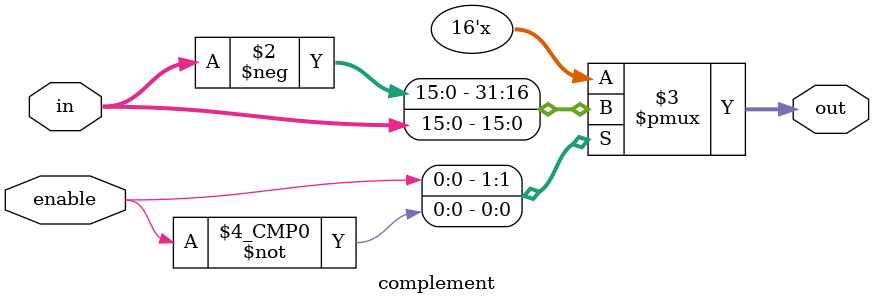
<source format=v>
module complement(in, enable, out);

	input [15:0] in;
	input enable;
	output reg [15:0] out;

	always @(in or enable)
	begin
		case(enable)
			1'b1:
			begin
				out <= - in; // Nega o valor do numero para que seja feita um subtracao na ALU ao somar o registrador a com o registrador b
			end
			1'b0:
			begin
				out <= in;
			end
		endcase
	end

endmodule

</source>
